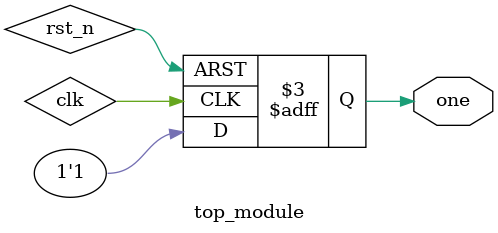
<source format=sv>
module top_module(
	output reg one);
	
	always @(posedge clk or negedge rst_n) begin
		if (!rst_n) begin
			one <= 1'b0;
		end else begin
			one <= 1'b1;
		end
	end

endmodule

</source>
